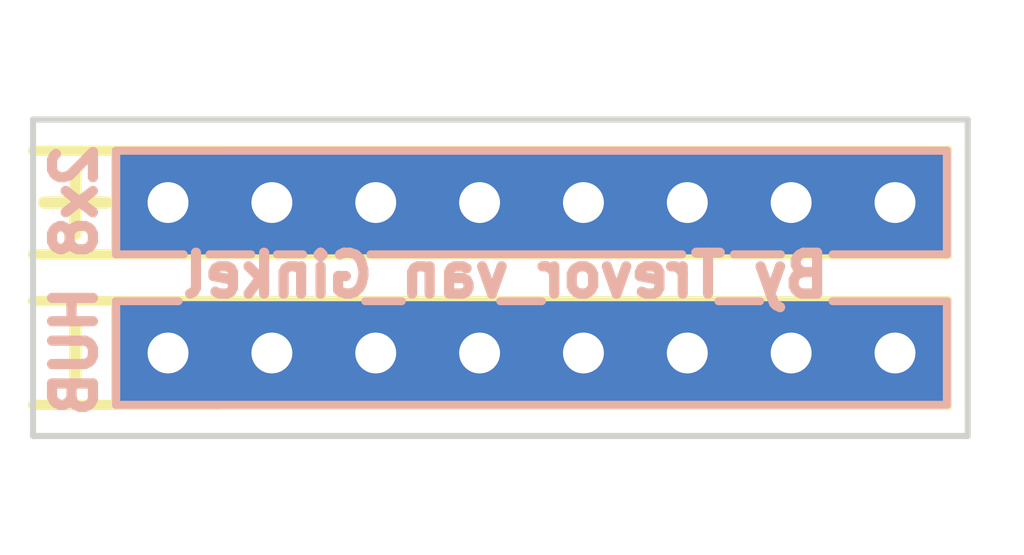
<source format=kicad_pcb>
(kicad_pcb (version 4) (host pcbnew 4.0.5)

  (general
    (links 14)
    (no_connects 0)
    (area 145.339999 103.302999 168.350001 111.200001)
    (thickness 1.6)
    (drawings 30)
    (tracks 0)
    (zones 0)
    (modules 2)
    (nets 3)
  )

  (page A4)
  (layers
    (0 F.Cu signal)
    (31 B.Cu signal)
    (32 B.Adhes user)
    (33 F.Adhes user)
    (34 B.Paste user)
    (35 F.Paste user)
    (36 B.SilkS user)
    (37 F.SilkS user)
    (38 B.Mask user)
    (39 F.Mask user)
    (40 Dwgs.User user)
    (41 Cmts.User user)
    (42 Eco1.User user)
    (43 Eco2.User user)
    (44 Edge.Cuts user)
    (45 Margin user)
    (46 B.CrtYd user)
    (47 F.CrtYd user)
    (48 B.Fab user)
    (49 F.Fab user)
  )

  (setup
    (last_trace_width 0.25)
    (trace_clearance 0.2)
    (zone_clearance 0.508)
    (zone_45_only no)
    (trace_min 0.2)
    (segment_width 0.25)
    (edge_width 0.15)
    (via_size 0.6)
    (via_drill 0.4)
    (via_min_size 0.4)
    (via_min_drill 0.3)
    (uvia_size 0.3)
    (uvia_drill 0.1)
    (uvias_allowed no)
    (uvia_min_size 0.2)
    (uvia_min_drill 0.1)
    (pcb_text_width 0.3)
    (pcb_text_size 1.5 1.5)
    (mod_edge_width 0.15)
    (mod_text_size 1 1)
    (mod_text_width 0.15)
    (pad_size 1.7 1.7)
    (pad_drill 1)
    (pad_to_mask_clearance 0.2)
    (aux_axis_origin 0 0)
    (visible_elements 7FFFFFFF)
    (pcbplotparams
      (layerselection 0x00030_80000001)
      (usegerberextensions false)
      (excludeedgelayer true)
      (linewidth 0.100000)
      (plotframeref false)
      (viasonmask false)
      (mode 1)
      (useauxorigin false)
      (hpglpennumber 1)
      (hpglpenspeed 20)
      (hpglpendiameter 15)
      (hpglpenoverlay 2)
      (psnegative false)
      (psa4output false)
      (plotreference true)
      (plotvalue true)
      (plotinvisibletext false)
      (padsonsilk false)
      (subtractmaskfromsilk false)
      (outputformat 1)
      (mirror false)
      (drillshape 1)
      (scaleselection 1)
      (outputdirectory ""))
  )

  (net 0 "")
  (net 1 +)
  (net 2 -)

  (net_class Default "Dit is de standaard class."
    (clearance 0.2)
    (trace_width 0.25)
    (via_dia 0.6)
    (via_drill 0.4)
    (uvia_dia 0.3)
    (uvia_drill 0.1)
    (add_net +)
    (add_net -)
  )

  (module Pin_Headers:Pin_Header_Straight_1x08_Pitch2.54mm (layer F.Cu) (tedit 59367619) (tstamp 593670F3)
    (at 148.717 109.093 90)
    (descr "Through hole straight pin header, 1x08, 2.54mm pitch, single row")
    (tags "Through hole pin header THT 1x08 2.54mm single row")
    (path /593341AA)
    (fp_text reference - (at 0 -2.413 90) (layer F.SilkS)
      (effects (font (size 2 2) (thickness 0.3)))
    )
    (fp_text value CONN_01X08 (at 0 20.11 90) (layer F.Fab)
      (effects (font (size 1 1) (thickness 0.15)))
    )
    (fp_line (start -1.3335 1.27) (end -1.3335 -1.3335) (layer F.SilkS) (width 0.12))
    (fp_line (start -1.3335 -1.3335) (end 1.3335 -1.3335) (layer F.SilkS) (width 0.12))
    (fp_line (start 1.3335 -1.3335) (end 1.3335 1.27) (layer F.SilkS) (width 0.12))
    (fp_line (start -1.27 -1.27) (end -1.27 19.05) (layer F.Fab) (width 0.1))
    (fp_line (start -1.27 19.05) (end 1.27 19.05) (layer F.Fab) (width 0.1))
    (fp_line (start 1.27 19.05) (end 1.27 -1.27) (layer F.Fab) (width 0.1))
    (fp_line (start 1.27 -1.27) (end -1.27 -1.27) (layer F.Fab) (width 0.1))
    (fp_line (start -1.33 1.27) (end -1.33 19.11) (layer F.SilkS) (width 0.12))
    (fp_line (start -1.33 19.11) (end 1.33 19.11) (layer F.SilkS) (width 0.12))
    (fp_line (start 1.33 19.11) (end 1.33 1.27) (layer F.SilkS) (width 0.12))
    (fp_line (start -1.8 -1.8) (end -1.8 19.55) (layer F.CrtYd) (width 0.05))
    (fp_line (start -1.8 19.55) (end 1.8 19.55) (layer F.CrtYd) (width 0.05))
    (fp_line (start 1.8 19.55) (end 1.8 -1.8) (layer F.CrtYd) (width 0.05))
    (fp_line (start 1.8 -1.8) (end -1.8 -1.8) (layer F.CrtYd) (width 0.05))
    (fp_text user %R (at 0 -2.413 90) (layer F.Fab)
      (effects (font (size 2 2) (thickness 0.3)))
    )
    (pad 1 thru_hole oval (at 0 0 90) (size 1.7 1.7) (drill 1) (layers *.Cu *.Mask)
      (net 2 -))
    (pad 2 thru_hole oval (at 0 2.54 90) (size 1.7 1.7) (drill 1) (layers *.Cu *.Mask)
      (net 2 -))
    (pad 3 thru_hole oval (at 0 5.08 90) (size 1.7 1.7) (drill 1) (layers *.Cu *.Mask)
      (net 2 -))
    (pad 4 thru_hole oval (at 0 7.62 90) (size 1.7 1.7) (drill 1) (layers *.Cu *.Mask)
      (net 2 -))
    (pad 5 thru_hole oval (at 0 10.16 90) (size 1.7 1.7) (drill 1) (layers *.Cu *.Mask)
      (net 2 -))
    (pad 6 thru_hole oval (at 0 12.7 90) (size 1.7 1.7) (drill 1) (layers *.Cu *.Mask)
      (net 2 -))
    (pad 7 thru_hole oval (at 0 15.24 90) (size 1.7 1.7) (drill 1) (layers *.Cu *.Mask)
      (net 2 -))
    (pad 8 thru_hole oval (at 0 17.78 90) (size 1.7 1.7) (drill 1) (layers *.Cu *.Mask)
      (net 2 -))
    (model ${KISYS3DMOD}/Pin_Headers.3dshapes/Pin_Header_Straight_1x08_Pitch2.54mm.wrl
      (at (xyz 0 -0.35 0))
      (scale (xyz 1 1 1))
      (rotate (xyz 0 0 90))
    )
  )

  (module Pin_Headers:Pin_Header_Straight_1x08_Pitch2.54mm (layer F.Cu) (tedit 5936760E) (tstamp 593670D8)
    (at 148.717 105.41 90)
    (descr "Through hole straight pin header, 1x08, 2.54mm pitch, single row")
    (tags "Through hole pin header THT 1x08 2.54mm single row")
    (path /59334166)
    (fp_text reference + (at 0 -2.413 90) (layer F.SilkS)
      (effects (font (size 2 2) (thickness 0.3)))
    )
    (fp_text value CONN_01X08 (at 0 20.11 90) (layer F.Fab)
      (effects (font (size 1 1) (thickness 0.15)))
    )
    (fp_line (start -1.3335 1.27) (end -1.3335 -1.3335) (layer F.SilkS) (width 0.12))
    (fp_line (start -1.3335 -1.3335) (end 1.3335 -1.3335) (layer F.SilkS) (width 0.12))
    (fp_line (start 1.3335 -1.3335) (end 1.3335 1.27) (layer F.SilkS) (width 0.12))
    (fp_line (start -1.27 -1.27) (end -1.27 19.05) (layer F.Fab) (width 0.1))
    (fp_line (start -1.27 19.05) (end 1.27 19.05) (layer F.Fab) (width 0.1))
    (fp_line (start 1.27 19.05) (end 1.27 -1.27) (layer F.Fab) (width 0.1))
    (fp_line (start 1.27 -1.27) (end -1.27 -1.27) (layer F.Fab) (width 0.1))
    (fp_line (start -1.33 1.27) (end -1.33 19.11) (layer F.SilkS) (width 0.12))
    (fp_line (start -1.33 19.11) (end 1.33 19.11) (layer F.SilkS) (width 0.12))
    (fp_line (start 1.33 19.11) (end 1.33 1.27) (layer F.SilkS) (width 0.12))
    (fp_line (start -1.8 -1.8) (end -1.8 19.55) (layer F.CrtYd) (width 0.05))
    (fp_line (start -1.8 19.55) (end 1.8 19.55) (layer F.CrtYd) (width 0.05))
    (fp_line (start 1.8 19.55) (end 1.8 -1.8) (layer F.CrtYd) (width 0.05))
    (fp_line (start 1.8 -1.8) (end -1.8 -1.8) (layer F.CrtYd) (width 0.05))
    (fp_text user + (at 0 -2.413 90) (layer F.Fab)
      (effects (font (size 2 2) (thickness 0.3)))
    )
    (pad 1 thru_hole oval (at 0 0 90) (size 1.7 1.7) (drill 1) (layers *.Cu *.Mask)
      (net 1 +))
    (pad 2 thru_hole oval (at 0 2.54 90) (size 1.7 1.7) (drill 1) (layers *.Cu *.Mask)
      (net 1 +))
    (pad 3 thru_hole oval (at 0 5.08 90) (size 1.7 1.7) (drill 1) (layers *.Cu *.Mask)
      (net 1 +))
    (pad 4 thru_hole oval (at 0 7.62 90) (size 1.7 1.7) (drill 1) (layers *.Cu *.Mask)
      (net 1 +))
    (pad 5 thru_hole oval (at 0 10.16 90) (size 1.7 1.7) (drill 1) (layers *.Cu *.Mask)
      (net 1 +))
    (pad 6 thru_hole oval (at 0 12.7 90) (size 1.7 1.7) (drill 1) (layers *.Cu *.Mask)
      (net 1 +))
    (pad 7 thru_hole oval (at 0 15.24 90) (size 1.7 1.7) (drill 1) (layers *.Cu *.Mask)
      (net 1 +))
    (pad 8 thru_hole oval (at 0 17.78 90) (size 1.7 1.7) (drill 1) (layers *.Cu *.Mask)
      (net 1 +))
    (model ${KISYS3DMOD}/Pin_Headers.3dshapes/Pin_Header_Straight_1x08_Pitch2.54mm.wrl
      (at (xyz 0 -0.35 0))
      (scale (xyz 1 1 1))
      (rotate (xyz 0 0 90))
    )
  )

  (gr_text "2x8 HUB" (at 146.431 107.315 90) (layer B.SilkS)
    (effects (font (size 1 1) (thickness 0.25)) (justify mirror))
  )
  (gr_line (start 151.384 106.68) (end 152.019 106.68) (angle 90) (layer B.SilkS) (width 0.2))
  (gr_line (start 145.415 111.125) (end 145.415 103.378) (angle 90) (layer Edge.Cuts) (width 0.15))
  (gr_line (start 168.275 111.125) (end 145.542 111.125) (angle 90) (layer Edge.Cuts) (width 0.15))
  (gr_line (start 145.542 103.378) (end 168.275 103.378) (angle 90) (layer Edge.Cuts) (width 0.15))
  (gr_line (start 145.542 103.378) (end 145.415 103.378) (angle 90) (layer Edge.Cuts) (width 0.15))
  (gr_line (start 145.542 111.125) (end 145.415 111.125) (angle 90) (layer Edge.Cuts) (width 0.15))
  (gr_line (start 149.733 106.68) (end 150.749 106.68) (angle 90) (layer B.SilkS) (width 0.2))
  (gr_line (start 147.447 107.823) (end 148.971 107.823) (angle 90) (layer B.SilkS) (width 0.2))
  (gr_line (start 149.098 106.68) (end 147.447 106.68) (angle 90) (layer B.SilkS) (width 0.2))
  (gr_line (start 153.543 107.823) (end 154.432 107.823) (angle 90) (layer B.SilkS) (width 0.2))
  (gr_line (start 156.845 107.823) (end 157.861 107.823) (angle 90) (layer B.SilkS) (width 0.2))
  (gr_line (start 161.29 106.68) (end 153.67 106.68) (angle 90) (layer B.SilkS) (width 0.2))
  (gr_line (start 163.195 107.823) (end 162.179 107.823) (angle 90) (layer B.SilkS) (width 0.2))
  (gr_line (start 163.703 106.68) (end 162.56 106.68) (angle 90) (layer B.SilkS) (width 0.2))
  (gr_line (start 167.767 107.823) (end 164.973 107.823) (angle 90) (layer B.SilkS) (width 0.2))
  (gr_line (start 167.767 106.68) (end 164.973 106.68) (angle 90) (layer B.SilkS) (width 0.2))
  (gr_line (start 147.447 110.363) (end 147.447 107.823) (angle 90) (layer B.SilkS) (width 0.2))
  (gr_line (start 167.767 110.363) (end 147.447 110.363) (angle 90) (layer B.SilkS) (width 0.2))
  (gr_line (start 167.767 107.823) (end 167.767 110.363) (angle 90) (layer B.SilkS) (width 0.2))
  (gr_line (start 147.447 104.14) (end 167.767 104.14) (angle 90) (layer B.SilkS) (width 0.2))
  (gr_line (start 147.447 106.68) (end 147.447 104.14) (angle 90) (layer B.SilkS) (width 0.2))
  (gr_line (start 167.767 104.14) (end 167.767 106.68) (angle 90) (layer B.SilkS) (width 0.2))
  (gr_line (start 145.415 110.363) (end 147.32 110.363) (angle 90) (layer F.SilkS) (width 0.25))
  (gr_line (start 145.415 107.823) (end 147.32 107.823) (angle 90) (layer F.SilkS) (width 0.25))
  (gr_line (start 145.415 106.68) (end 147.32 106.68) (angle 90) (layer F.SilkS) (width 0.25))
  (gr_line (start 145.415 104.14) (end 147.32 104.14) (angle 90) (layer F.SilkS) (width 0.25))
  (gr_line (start 168.275 103.378) (end 168.275 103.505) (angle 90) (layer Edge.Cuts) (width 0.15))
  (gr_text "By Trevor van Ginkel" (at 156.972 107.188) (layer B.SilkS)
    (effects (font (size 1 1) (thickness 0.25)) (justify mirror))
  )
  (gr_line (start 168.275 103.505) (end 168.275 111.125) (angle 90) (layer Edge.Cuts) (width 0.15))

  (zone (net 1) (net_name +) (layer F.Cu) (tstamp 593677DF) (hatch none 0.508)
    (connect_pads yes (clearance 0.508))
    (min_thickness 0.254)
    (fill yes (arc_segments 16) (thermal_gap 0.508) (thermal_bridge_width 0.508))
    (polygon
      (pts
        (xy 167.767 106.68) (xy 147.447 106.68) (xy 147.447 104.14) (xy 167.767 104.14)
      )
    )
    (filled_polygon
      (pts
        (xy 167.565 106.553) (xy 147.574 106.553) (xy 147.574 104.267) (xy 167.565 104.267)
      )
    )
  )
  (zone (net 2) (net_name -) (layer F.Cu) (tstamp 593677E0) (hatch none 0.508)
    (connect_pads yes (clearance 0.508))
    (min_thickness 0.254)
    (fill yes (arc_segments 16) (thermal_gap 0.508) (thermal_bridge_width 0.508))
    (polygon
      (pts
        (xy 167.767 110.363) (xy 147.447 110.363) (xy 147.447 107.823) (xy 167.767 107.823)
      )
    )
    (filled_polygon
      (pts
        (xy 167.565 110.236) (xy 147.574 110.236) (xy 147.574 107.95) (xy 167.565 107.95)
      )
    )
  )
  (zone (net 1) (net_name +) (layer B.Cu) (tstamp 593677E3) (hatch none 0.508)
    (connect_pads yes (clearance 0.508))
    (min_thickness 0.254)
    (fill yes (arc_segments 16) (thermal_gap 0.508) (thermal_bridge_width 0.508))
    (polygon
      (pts
        (xy 167.767 106.68) (xy 147.447 106.68) (xy 147.447 104.14) (xy 167.767 104.14)
      )
    )
    (filled_polygon
      (pts
        (xy 167.565 106.553) (xy 147.574 106.553) (xy 147.574 104.267) (xy 167.565 104.267)
      )
    )
  )
  (zone (net 2) (net_name -) (layer B.Cu) (tstamp 593677E4) (hatch none 0.508)
    (connect_pads yes (clearance 0.508))
    (min_thickness 0.254)
    (fill yes (arc_segments 16) (thermal_gap 0.508) (thermal_bridge_width 0.508))
    (polygon
      (pts
        (xy 167.767 110.363) (xy 147.447 110.363) (xy 147.447 107.823) (xy 167.767 107.823)
      )
    )
    (filled_polygon
      (pts
        (xy 167.565 110.236) (xy 147.574 110.236) (xy 147.574 107.95) (xy 167.565 107.95)
      )
    )
  )
)

</source>
